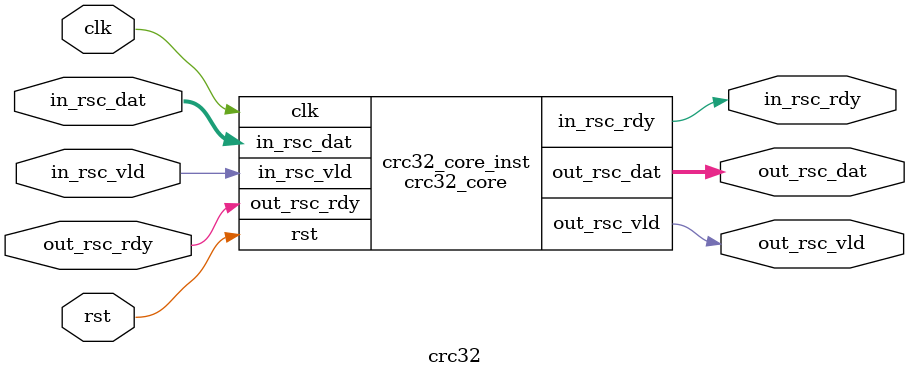
<source format=v>



module ccs_in_wait_v1 (idat, rdy, ivld, dat, irdy, vld);

  parameter integer rscid = 1;
  parameter integer width = 8;

  output [width-1:0] idat;
  output             rdy;
  output             ivld;
  input  [width-1:0] dat;
  input              irdy;
  input              vld;

  wire   [width-1:0] idat;
  wire               rdy;
  wire               ivld;

  localparam stallOff = 0; 
  wire                  stall_ctrl;
  assign stall_ctrl = stallOff;

  assign idat = dat;
  assign rdy = irdy && !stall_ctrl;
  assign ivld = vld && !stall_ctrl;

endmodule


//------> /opt/MentorGraphics/catapult/pkgs/siflibs/ccs_out_wait_v1.v 
//------------------------------------------------------------------------------
// Catapult Synthesis - Sample I/O Port Library
//
// Copyright (c) 2003-2017 Mentor Graphics Corp.
//       All Rights Reserved
//
// This document may be used and distributed without restriction provided that
// this copyright statement is not removed from the file and that any derivative
// work contains this copyright notice.
//
// The design information contained in this file is intended to be an example
// of the functionality which the end user may study in preparation for creating
// their own custom interfaces. This design does not necessarily present a 
// complete implementation of the named protocol or standard.
//
//------------------------------------------------------------------------------


module ccs_out_wait_v1 (dat, irdy, vld, idat, rdy, ivld);

  parameter integer rscid = 1;
  parameter integer width = 8;

  output [width-1:0] dat;
  output             irdy;
  output             vld;
  input  [width-1:0] idat;
  input              rdy;
  input              ivld;

  wire   [width-1:0] dat;
  wire               irdy;
  wire               vld;

  localparam stallOff = 0; 
  wire stall_ctrl;
  assign stall_ctrl = stallOff;

  assign dat = idat;
  assign irdy = rdy && !stall_ctrl;
  assign vld = ivld && !stall_ctrl;

endmodule



//------> ./rtl.v 
// ----------------------------------------------------------------------
//  HLS HDL:        Verilog Netlister
//  HLS Version:    2021.1/950854 Production Release
//  HLS Date:       Mon Aug  2 21:36:02 PDT 2021
// 
//  Generated by:   tdt46@en-ec-ecelinux-01.coecis.cornell.edu
//  Generated date: Sat May 21 19:05:18 2022
// ----------------------------------------------------------------------

// 
// ------------------------------------------------------------------
//  Design Unit:    crc32_core_core_fsm
//  FSM Module
// ------------------------------------------------------------------


module crc32_core_core_fsm (
  clk, rst, core_wen, fsm_output, main_C_0_tr0, for_C_0_tr0
);
  input clk;
  input rst;
  input core_wen;
  output [3:0] fsm_output;
  reg [3:0] fsm_output;
  input main_C_0_tr0;
  input for_C_0_tr0;


  // FSM State Type Declaration for crc32_core_core_fsm_1
  parameter
    core_rlp_C_0 = 2'd0,
    main_C_0 = 2'd1,
    for_C_0 = 2'd2,
    main_C_1 = 2'd3;

  reg [1:0] state_var;
  reg [1:0] state_var_NS;


  // Interconnect Declarations for Component Instantiations 
  always @(*)
  begin : crc32_core_core_fsm_1
    case (state_var)
      main_C_0 : begin
        fsm_output = 4'b0010;
        if ( main_C_0_tr0 ) begin
          state_var_NS = main_C_1;
        end
        else begin
          state_var_NS = for_C_0;
        end
      end
      for_C_0 : begin
        fsm_output = 4'b0100;
        if ( for_C_0_tr0 ) begin
          state_var_NS = main_C_1;
        end
        else begin
          state_var_NS = for_C_0;
        end
      end
      main_C_1 : begin
        fsm_output = 4'b1000;
        state_var_NS = main_C_0;
      end
      // core_rlp_C_0
      default : begin
        fsm_output = 4'b0001;
        state_var_NS = main_C_0;
      end
    endcase
  end

  always @(posedge clk) begin
    if ( rst ) begin
      state_var <= core_rlp_C_0;
    end
    else if ( core_wen ) begin
      state_var <= state_var_NS;
    end
  end

endmodule

// ------------------------------------------------------------------
//  Design Unit:    crc32_core_staller
// ------------------------------------------------------------------


module crc32_core_staller (
  core_wen, in_rsci_wen_comp, out_rsci_wen_comp
);
  output core_wen;
  input in_rsci_wen_comp;
  input out_rsci_wen_comp;



  // Interconnect Declarations for Component Instantiations 
  assign core_wen = in_rsci_wen_comp & out_rsci_wen_comp;
endmodule

// ------------------------------------------------------------------
//  Design Unit:    crc32_core_out_rsci_out_wait_ctrl
// ------------------------------------------------------------------


module crc32_core_out_rsci_out_wait_ctrl (
  out_rsci_iswt0, out_rsci_biwt, out_rsci_irdy
);
  input out_rsci_iswt0;
  output out_rsci_biwt;
  input out_rsci_irdy;



  // Interconnect Declarations for Component Instantiations 
  assign out_rsci_biwt = out_rsci_iswt0 & out_rsci_irdy;
endmodule

// ------------------------------------------------------------------
//  Design Unit:    crc32_core_in_rsci_in_wait_ctrl
// ------------------------------------------------------------------


module crc32_core_in_rsci_in_wait_ctrl (
  in_rsci_iswt0, in_rsci_biwt, in_rsci_ivld
);
  input in_rsci_iswt0;
  output in_rsci_biwt;
  input in_rsci_ivld;



  // Interconnect Declarations for Component Instantiations 
  assign in_rsci_biwt = in_rsci_iswt0 & in_rsci_ivld;
endmodule

// ------------------------------------------------------------------
//  Design Unit:    crc32_core_out_rsci
// ------------------------------------------------------------------


module crc32_core_out_rsci (
  out_rsc_dat, out_rsc_vld, out_rsc_rdy, out_rsci_oswt, out_rsci_wen_comp, out_rsci_idat
);
  output [31:0] out_rsc_dat;
  output out_rsc_vld;
  input out_rsc_rdy;
  input out_rsci_oswt;
  output out_rsci_wen_comp;
  input [31:0] out_rsci_idat;


  // Interconnect Declarations
  wire out_rsci_biwt;
  wire out_rsci_irdy;


  // Interconnect Declarations for Component Instantiations 
  ccs_out_wait_v1 #(.rscid(32'sd2),
  .width(32'sd32)) out_rsci (
      .irdy(out_rsci_irdy),
      .ivld(out_rsci_oswt),
      .idat(out_rsci_idat),
      .rdy(out_rsc_rdy),
      .vld(out_rsc_vld),
      .dat(out_rsc_dat)
    );
  crc32_core_out_rsci_out_wait_ctrl crc32_core_out_rsci_out_wait_ctrl_inst (
      .out_rsci_iswt0(out_rsci_oswt),
      .out_rsci_biwt(out_rsci_biwt),
      .out_rsci_irdy(out_rsci_irdy)
    );
  assign out_rsci_wen_comp = (~ out_rsci_oswt) | out_rsci_biwt;
endmodule

// ------------------------------------------------------------------
//  Design Unit:    crc32_core_in_rsci
// ------------------------------------------------------------------


module crc32_core_in_rsci (
  in_rsc_dat, in_rsc_vld, in_rsc_rdy, in_rsci_oswt, in_rsci_wen_comp, in_rsci_idat_mxwt
);
  input [7:0] in_rsc_dat;
  input in_rsc_vld;
  output in_rsc_rdy;
  input in_rsci_oswt;
  output in_rsci_wen_comp;
  output [7:0] in_rsci_idat_mxwt;


  // Interconnect Declarations
  wire in_rsci_biwt;
  wire in_rsci_ivld;
  wire [7:0] in_rsci_idat;


  // Interconnect Declarations for Component Instantiations 
  ccs_in_wait_v1 #(.rscid(32'sd1),
  .width(32'sd8)) in_rsci (
      .rdy(in_rsc_rdy),
      .vld(in_rsc_vld),
      .dat(in_rsc_dat),
      .irdy(in_rsci_oswt),
      .ivld(in_rsci_ivld),
      .idat(in_rsci_idat)
    );
  crc32_core_in_rsci_in_wait_ctrl crc32_core_in_rsci_in_wait_ctrl_inst (
      .in_rsci_iswt0(in_rsci_oswt),
      .in_rsci_biwt(in_rsci_biwt),
      .in_rsci_ivld(in_rsci_ivld)
    );
  assign in_rsci_idat_mxwt = in_rsci_idat;
  assign in_rsci_wen_comp = (~ in_rsci_oswt) | in_rsci_biwt;
endmodule

// ------------------------------------------------------------------
//  Design Unit:    crc32_core
// ------------------------------------------------------------------


module crc32_core (
  clk, rst, in_rsc_dat, in_rsc_vld, in_rsc_rdy, out_rsc_dat, out_rsc_vld, out_rsc_rdy
);
  input clk;
  input rst;
  input [7:0] in_rsc_dat;
  input in_rsc_vld;
  output in_rsc_rdy;
  output [31:0] out_rsc_dat;
  output out_rsc_vld;
  input out_rsc_rdy;


  // Interconnect Declarations
  wire core_wen;
  wire in_rsci_wen_comp;
  wire [7:0] in_rsci_idat_mxwt;
  wire out_rsci_wen_comp;
  reg out_rsci_idat_31;
  reg out_rsci_idat_30;
  reg out_rsci_idat_29;
  reg out_rsci_idat_28;
  reg out_rsci_idat_27;
  reg out_rsci_idat_26;
  reg out_rsci_idat_25;
  reg out_rsci_idat_24;
  reg out_rsci_idat_23;
  reg out_rsci_idat_22;
  reg out_rsci_idat_21;
  reg out_rsci_idat_20;
  reg out_rsci_idat_19;
  reg out_rsci_idat_18;
  reg out_rsci_idat_17;
  reg out_rsci_idat_16;
  reg out_rsci_idat_15;
  reg out_rsci_idat_14;
  reg out_rsci_idat_13;
  reg out_rsci_idat_12;
  reg out_rsci_idat_11;
  reg out_rsci_idat_10;
  reg out_rsci_idat_9;
  reg out_rsci_idat_8;
  reg out_rsci_idat_7;
  reg out_rsci_idat_6;
  reg out_rsci_idat_5;
  reg out_rsci_idat_4;
  reg out_rsci_idat_3;
  reg out_rsci_idat_2;
  reg out_rsci_idat_1;
  reg out_rsci_idat_0;
  wire [3:0] fsm_output;
  wire for_for_8_b_xor_tmp;
  wire for_for_7_b_xor_tmp;
  wire for_for_6_b_xor_tmp;
  wire for_for_5_b_xor_tmp;
  wire for_for_4_b_xor_tmp;
  wire not_tmp_3;
  wire not_tmp_4;
  wire not_tmp_5;
  wire not_tmp_6;
  wire not_tmp_7;
  wire not_tmp_8;
  wire not_tmp_9;
  wire not_tmp_10;
  wire or_tmp_32;
  wire or_tmp_40;
  wire or_tmp_52;
  wire or_tmp_56;
  wire or_tmp_60;
  wire exit_for_sva_mx0;
  reg crc_2_1_sva;
  reg crc_1_1_sva;
  reg crc_0_1_sva;
  wire and_314_cse;
  reg reg_out_rsci_iswt0_cse;
  reg reg_in_rsci_iswt0_cse;
  wire crc_mux_140_cse;
  wire [8:0] z_out;
  wire [9:0] nl_z_out;
  reg [7:0] size_val_sva;
  reg crc_15_1_sva;
  reg crc_16_1_sva;
  reg crc_14_1_sva;
  reg crc_17_1_sva;
  reg crc_13_1_sva;
  reg crc_18_1_sva;
  reg crc_12_1_sva;
  reg crc_19_1_sva;
  reg crc_11_1_sva;
  reg crc_20_1_sva;
  reg crc_10_1_sva;
  reg crc_21_1_sva;
  reg crc_9_1_sva;
  reg crc_22_1_sva;
  reg crc_8_1_sva;
  reg crc_23_1_sva;
  reg crc_7_1_sva;
  reg crc_24_1_sva;
  reg crc_6_1_sva;
  reg crc_25_1_sva;
  reg crc_5_1_sva;
  reg crc_26_1_sva;
  reg crc_4_1_sva;
  reg crc_27_1_sva;
  reg crc_3_1_sva;
  reg crc_28_1_sva;
  reg crc_29_1_sva;
  reg crc_30_1_sva;
  reg crc_31_1_sva;
  reg [7:0] for_i_sva;
  wire crc_5_4_lpi_2_dfm_mx0;
  wire crc_8_2_lpi_2_dfm_mx0;
  wire crc_8_3_lpi_2_dfm_mx0;
  wire crc_8_4_lpi_2_dfm_mx0;
  wire crc_8_5_lpi_2_dfm_mx0;
  wire crc_8_6_lpi_2_dfm_mx0;
  wire crc_9_6_lpi_2_dfm_mx0;
  wire crc_9_7_lpi_2_dfm_mx0;
  wire crc_9_lpi_2_dfm_mx0;
  wire crc_15_3_lpi_2_dfm_mx0;
  wire crc_15_4_lpi_2_dfm_mx0;
  wire crc_15_5_lpi_2_dfm_mx0;
  wire crc_19_2_lpi_2_dfm_mx0;
  wire crc_19_3_lpi_2_dfm_mx0;
  wire crc_19_4_lpi_2_dfm_mx0;
  wire crc_19_5_lpi_2_dfm_mx0;
  wire crc_20_5_lpi_2_dfm_mx0;
  wire crc_20_6_lpi_2_dfm_mx0;
  wire crc_20_7_lpi_2_dfm_mx0;
  wire crc_20_lpi_2_dfm_mx0;
  wire crc_21_lpi_2_dfm_mx0;
  wire crc_23_7_lpi_2_dfm_mx0;
  wire crc_24_7_lpi_2_dfm_mx0;
  wire crc_24_lpi_2_dfm_mx0;
  wire crc_26_7_lpi_2_dfm_mx0;
  wire crc_27_7_lpi_2_dfm_mx0;
  wire crc_27_lpi_2_dfm_mx0;
  wire crc_29_7_lpi_2_dfm_mx0;
  wire crc_30_7_lpi_2_dfm_mx0;
  wire crc_30_lpi_2_dfm_mx0;
  wire for_for_b_2_sva_1;
  wire crc_15_2_lpi_2_dfm_mx0;
  wire crc_21_7_lpi_2_dfm_mx0;
  wire crc_23_6_lpi_2_dfm_mx0;
  wire crc_26_6_lpi_2_dfm_mx0;
  wire crc_29_6_lpi_2_dfm_mx0;
  wire for_for_b_1_sva_1;
  wire crc_21_6_lpi_2_dfm_mx0;
  wire crc_23_5_lpi_2_dfm_mx0;
  wire crc_24_6_lpi_2_dfm_mx0;
  wire crc_26_5_lpi_2_dfm_mx0;
  wire crc_27_6_lpi_2_dfm_mx0;
  wire crc_29_5_lpi_2_dfm_mx0;
  wire crc_30_6_lpi_2_dfm_mx0;
  wire crc_9_5_lpi_2_dfm_mx0;
  wire crc_21_5_lpi_2_dfm_mx0;
  wire crc_23_4_lpi_2_dfm_mx0;
  wire crc_24_5_lpi_2_dfm_mx0;
  wire crc_26_4_lpi_2_dfm_mx0;
  wire crc_27_5_lpi_2_dfm_mx0;
  wire crc_29_4_lpi_2_dfm_mx0;
  wire crc_30_5_lpi_2_dfm_mx0;
  wire crc_9_4_lpi_2_dfm_mx0;
  wire crc_20_4_lpi_2_dfm_mx0;
  wire crc_21_4_lpi_2_dfm_mx0;
  wire crc_23_3_lpi_2_dfm_mx0;
  wire crc_24_4_lpi_2_dfm_mx0;
  wire crc_26_3_lpi_2_dfm_mx0;
  wire crc_27_4_lpi_2_dfm_mx0;
  wire crc_29_3_lpi_2_dfm_mx0;
  wire crc_30_4_lpi_2_dfm_mx0;
  wire for_for_b_3_sva_1;
  wire crc_9_3_lpi_2_dfm_mx0;
  wire crc_20_3_lpi_2_dfm_mx0;
  wire crc_21_3_lpi_2_dfm_mx0;
  wire crc_23_2_lpi_2_dfm_mx0;
  wire crc_24_3_lpi_2_dfm_mx0;
  wire crc_26_2_lpi_2_dfm_mx0;
  wire crc_27_3_lpi_2_dfm_mx0;
  wire crc_29_2_lpi_2_dfm_mx0;
  wire crc_30_3_lpi_2_dfm_mx0;
  wire crc_9_2_lpi_2_dfm_mx0;
  wire crc_20_2_lpi_2_dfm_mx0;
  wire crc_21_2_lpi_2_dfm_mx0;
  wire crc_24_2_lpi_2_dfm_mx0;
  wire crc_27_2_lpi_2_dfm_mx0;
  wire crc_30_2_lpi_2_dfm_mx0;
  wire xor_cse_1;
  wire xor_cse_5;

  wire crc_mux_142_nl;
  wire crc_mux_144_nl;
  wire crc_mux_146_nl;
  wire crc_mux_148_nl;
  wire crc_mux_150_nl;
  wire crc_mux_152_nl;
  wire crc_mux_154_nl;
  wire crc_mux_156_nl;
  wire crc_mux_160_nl;
  wire crc_mux_162_nl;
  wire crc_mux_164_nl;
  wire crc_mux_166_nl;
  wire crc_mux_165_nl;
  wire crc_mux_163_nl;
  wire crc_mux_161_nl;
  wire crc_mux_159_nl;
  wire crc_mux_158_nl;
  wire crc_mux_157_nl;
  wire crc_mux_155_nl;
  wire crc_mux_153_nl;
  wire crc_mux_151_nl;
  wire crc_mux_149_nl;
  wire crc_mux_147_nl;
  wire crc_mux_145_nl;
  wire crc_mux_143_nl;
  wire crc_mux_141_nl;
  wire crc_mux_nl;
  wire crc_mux_167_nl;
  wire crc_mux_168_nl;
  wire crc_mux_169_nl;
  wire crc_mux_170_nl;
  wire crc_mux_171_nl;
  wire crc_mux_172_nl;
  wire crc_mux_173_nl;
  wire crc_mux_174_nl;
  wire crc_mux_175_nl;
  wire crc_mux_176_nl;
  wire crc_mux_177_nl;
  wire crc_mux_178_nl;
  wire crc_mux_179_nl;
  wire crc_mux_180_nl;
  wire crc_mux_181_nl;
  wire crc_mux_182_nl;
  wire crc_mux_183_nl;
  wire crc_mux_184_nl;
  wire crc_mux_185_nl;
  wire crc_mux_186_nl;
  wire crc_mux_187_nl;
  wire crc_mux_188_nl;
  wire crc_mux_189_nl;
  wire crc_mux_190_nl;
  wire crc_mux_191_nl;
  wire crc_mux_192_nl;
  wire crc_mux_193_nl;
  wire[8:0] for_acc_nl;
  wire[7:0] for_mux_2_nl;

  // Interconnect Declarations for Component Instantiations 
  wire [31:0] nl_crc32_core_out_rsci_inst_out_rsci_idat;
  assign nl_crc32_core_out_rsci_inst_out_rsci_idat = {out_rsci_idat_31 , out_rsci_idat_30
      , out_rsci_idat_29 , out_rsci_idat_28 , out_rsci_idat_27 , out_rsci_idat_26
      , out_rsci_idat_25 , out_rsci_idat_24 , out_rsci_idat_23 , out_rsci_idat_22
      , out_rsci_idat_21 , out_rsci_idat_20 , out_rsci_idat_19 , out_rsci_idat_18
      , out_rsci_idat_17 , out_rsci_idat_16 , out_rsci_idat_15 , out_rsci_idat_14
      , out_rsci_idat_13 , out_rsci_idat_12 , out_rsci_idat_11 , out_rsci_idat_10
      , out_rsci_idat_9 , out_rsci_idat_8 , out_rsci_idat_7 , out_rsci_idat_6 , out_rsci_idat_5
      , out_rsci_idat_4 , out_rsci_idat_3 , out_rsci_idat_2 , out_rsci_idat_1 , out_rsci_idat_0};
  crc32_core_in_rsci crc32_core_in_rsci_inst (
      .in_rsc_dat(in_rsc_dat),
      .in_rsc_vld(in_rsc_vld),
      .in_rsc_rdy(in_rsc_rdy),
      .in_rsci_oswt(reg_in_rsci_iswt0_cse),
      .in_rsci_wen_comp(in_rsci_wen_comp),
      .in_rsci_idat_mxwt(in_rsci_idat_mxwt)
    );
  crc32_core_out_rsci crc32_core_out_rsci_inst (
      .out_rsc_dat(out_rsc_dat),
      .out_rsc_vld(out_rsc_vld),
      .out_rsc_rdy(out_rsc_rdy),
      .out_rsci_oswt(reg_out_rsci_iswt0_cse),
      .out_rsci_wen_comp(out_rsci_wen_comp),
      .out_rsci_idat(nl_crc32_core_out_rsci_inst_out_rsci_idat[31:0])
    );
  crc32_core_staller crc32_core_staller_inst (
      .core_wen(core_wen),
      .in_rsci_wen_comp(in_rsci_wen_comp),
      .out_rsci_wen_comp(out_rsci_wen_comp)
    );
  crc32_core_core_fsm crc32_core_core_fsm_inst (
      .clk(clk),
      .rst(rst),
      .core_wen(core_wen),
      .fsm_output(fsm_output),
      .main_C_0_tr0(exit_for_sva_mx0),
      .for_C_0_tr0(exit_for_sva_mx0)
    );
  assign and_314_cse = core_wen & (~((fsm_output[0]) | (fsm_output[3]) | (~ exit_for_sva_mx0)));
  assign crc_mux_140_cse = MUX_s_1_2_2((~ crc_8_2_lpi_2_dfm_mx0), crc_8_2_lpi_2_dfm_mx0,
      not_tmp_4);
  assign for_acc_nl = $signed((z_out[7:0])) - $signed(size_val_sva);
  assign exit_for_sva_mx0 = MUX_s_1_2_2((~ (z_out[8])), (~ (readslicef_9_1_8(for_acc_nl))),
      fsm_output[2]);
  assign crc_5_4_lpi_2_dfm_mx0 = MUX_s_1_2_2((~ crc_8_1_sva), crc_8_1_sva, not_tmp_8);
  assign crc_8_2_lpi_2_dfm_mx0 = MUX_s_1_2_2((~ crc_9_1_sva), crc_9_1_sva, not_tmp_9);
  assign for_for_4_b_xor_tmp = (in_rsci_idat_mxwt[3]) ^ crc_3_1_sva;
  assign crc_8_3_lpi_2_dfm_mx0 = MUX_s_1_2_2((~ crc_9_2_lpi_2_dfm_mx0), crc_9_2_lpi_2_dfm_mx0,
      not_tmp_10);
  assign for_for_5_b_xor_tmp = (in_rsci_idat_mxwt[4]) ^ crc_4_1_sva;
  assign crc_8_4_lpi_2_dfm_mx0 = MUX_s_1_2_2((~ crc_9_3_lpi_2_dfm_mx0), crc_9_3_lpi_2_dfm_mx0,
      not_tmp_8);
  assign for_for_6_b_xor_tmp = (in_rsci_idat_mxwt[5]) ^ crc_5_1_sva;
  assign crc_8_5_lpi_2_dfm_mx0 = MUX_s_1_2_2((~ crc_9_4_lpi_2_dfm_mx0), crc_9_4_lpi_2_dfm_mx0,
      not_tmp_4);
  assign for_for_7_b_xor_tmp = (in_rsci_idat_mxwt[6]) ^ xor_cse_5;
  assign crc_8_6_lpi_2_dfm_mx0 = MUX_s_1_2_2((~ crc_9_5_lpi_2_dfm_mx0), crc_9_5_lpi_2_dfm_mx0,
      not_tmp_5);
  assign for_for_8_b_xor_tmp = (in_rsci_idat_mxwt[7]) ^ xor_cse_1;
  assign crc_9_6_lpi_2_dfm_mx0 = MUX_s_1_2_2((~ crc_14_1_sva), crc_14_1_sva, not_tmp_5);
  assign crc_9_7_lpi_2_dfm_mx0 = MUX_s_1_2_2((~ crc_15_1_sva), crc_15_1_sva, not_tmp_7);
  assign crc_9_lpi_2_dfm_mx0 = MUX_s_1_2_2((~ crc_15_2_lpi_2_dfm_mx0), crc_15_2_lpi_2_dfm_mx0,
      not_tmp_6);
  assign crc_15_3_lpi_2_dfm_mx0 = MUX_s_1_2_2((~ crc_17_1_sva), crc_17_1_sva, not_tmp_10);
  assign crc_15_4_lpi_2_dfm_mx0 = MUX_s_1_2_2((~ crc_18_1_sva), crc_18_1_sva, not_tmp_8);
  assign crc_15_5_lpi_2_dfm_mx0 = MUX_s_1_2_2((~ crc_19_1_sva), crc_19_1_sva, not_tmp_4);
  assign crc_19_2_lpi_2_dfm_mx0 = MUX_s_1_2_2((~ crc_20_1_sva), crc_20_1_sva, not_tmp_9);
  assign crc_19_3_lpi_2_dfm_mx0 = MUX_s_1_2_2((~ crc_20_2_lpi_2_dfm_mx0), crc_20_2_lpi_2_dfm_mx0,
      not_tmp_10);
  assign crc_19_4_lpi_2_dfm_mx0 = MUX_s_1_2_2((~ crc_20_3_lpi_2_dfm_mx0), crc_20_3_lpi_2_dfm_mx0,
      not_tmp_8);
  assign crc_19_5_lpi_2_dfm_mx0 = MUX_s_1_2_2((~ crc_20_4_lpi_2_dfm_mx0), crc_20_4_lpi_2_dfm_mx0,
      not_tmp_4);
  assign crc_20_5_lpi_2_dfm_mx0 = MUX_s_1_2_2((~ crc_21_4_lpi_2_dfm_mx0), crc_21_4_lpi_2_dfm_mx0,
      not_tmp_4);
  assign crc_20_6_lpi_2_dfm_mx0 = MUX_s_1_2_2((~ crc_21_5_lpi_2_dfm_mx0), crc_21_5_lpi_2_dfm_mx0,
      not_tmp_5);
  assign crc_20_7_lpi_2_dfm_mx0 = MUX_s_1_2_2((~ crc_21_6_lpi_2_dfm_mx0), crc_21_6_lpi_2_dfm_mx0,
      not_tmp_7);
  assign crc_20_lpi_2_dfm_mx0 = MUX_s_1_2_2((~ crc_21_7_lpi_2_dfm_mx0), crc_21_7_lpi_2_dfm_mx0,
      not_tmp_6);
  assign crc_21_lpi_2_dfm_mx0 = MUX_s_1_2_2((~ crc_23_6_lpi_2_dfm_mx0), crc_23_6_lpi_2_dfm_mx0,
      not_tmp_6);
  assign crc_23_7_lpi_2_dfm_mx0 = MUX_s_1_2_2((~ crc_24_6_lpi_2_dfm_mx0), crc_24_6_lpi_2_dfm_mx0,
      not_tmp_7);
  assign crc_24_7_lpi_2_dfm_mx0 = MUX_s_1_2_2((~ crc_26_5_lpi_2_dfm_mx0), crc_26_5_lpi_2_dfm_mx0,
      not_tmp_7);
  assign crc_24_lpi_2_dfm_mx0 = MUX_s_1_2_2((~ crc_26_6_lpi_2_dfm_mx0), crc_26_6_lpi_2_dfm_mx0,
      not_tmp_6);
  assign crc_26_7_lpi_2_dfm_mx0 = MUX_s_1_2_2((~ crc_27_6_lpi_2_dfm_mx0), crc_27_6_lpi_2_dfm_mx0,
      not_tmp_7);
  assign crc_27_7_lpi_2_dfm_mx0 = MUX_s_1_2_2((~ crc_29_5_lpi_2_dfm_mx0), crc_29_5_lpi_2_dfm_mx0,
      not_tmp_7);
  assign crc_27_lpi_2_dfm_mx0 = MUX_s_1_2_2((~ crc_29_6_lpi_2_dfm_mx0), crc_29_6_lpi_2_dfm_mx0,
      not_tmp_6);
  assign crc_29_7_lpi_2_dfm_mx0 = MUX_s_1_2_2((~ crc_30_6_lpi_2_dfm_mx0), crc_30_6_lpi_2_dfm_mx0,
      not_tmp_7);
  assign crc_30_7_lpi_2_dfm_mx0 = MUX_s_1_2_2((~ for_for_5_b_xor_tmp), for_for_5_b_xor_tmp,
      not_tmp_7);
  assign crc_30_lpi_2_dfm_mx0 = MUX_s_1_2_2((~ for_for_6_b_xor_tmp), for_for_6_b_xor_tmp,
      not_tmp_6);
  assign for_for_b_2_sva_1 = (in_rsci_idat_mxwt[1]) ^ crc_1_1_sva;
  assign crc_15_2_lpi_2_dfm_mx0 = MUX_s_1_2_2((~ crc_16_1_sva), crc_16_1_sva, not_tmp_9);
  assign crc_21_7_lpi_2_dfm_mx0 = MUX_s_1_2_2((~ crc_23_5_lpi_2_dfm_mx0), crc_23_5_lpi_2_dfm_mx0,
      not_tmp_7);
  assign crc_23_6_lpi_2_dfm_mx0 = MUX_s_1_2_2((~ crc_24_5_lpi_2_dfm_mx0), crc_24_5_lpi_2_dfm_mx0,
      not_tmp_5);
  assign crc_26_6_lpi_2_dfm_mx0 = MUX_s_1_2_2((~ crc_27_5_lpi_2_dfm_mx0), crc_27_5_lpi_2_dfm_mx0,
      not_tmp_5);
  assign crc_29_6_lpi_2_dfm_mx0 = MUX_s_1_2_2((~ crc_30_5_lpi_2_dfm_mx0), crc_30_5_lpi_2_dfm_mx0,
      not_tmp_5);
  assign for_for_b_1_sva_1 = (in_rsci_idat_mxwt[0]) ^ crc_0_1_sva;
  assign crc_21_6_lpi_2_dfm_mx0 = MUX_s_1_2_2((~ crc_23_4_lpi_2_dfm_mx0), crc_23_4_lpi_2_dfm_mx0,
      not_tmp_5);
  assign crc_23_5_lpi_2_dfm_mx0 = MUX_s_1_2_2((~ crc_24_4_lpi_2_dfm_mx0), crc_24_4_lpi_2_dfm_mx0,
      not_tmp_4);
  assign crc_24_6_lpi_2_dfm_mx0 = MUX_s_1_2_2((~ crc_26_4_lpi_2_dfm_mx0), crc_26_4_lpi_2_dfm_mx0,
      not_tmp_5);
  assign crc_26_5_lpi_2_dfm_mx0 = MUX_s_1_2_2((~ crc_27_4_lpi_2_dfm_mx0), crc_27_4_lpi_2_dfm_mx0,
      not_tmp_4);
  assign crc_27_6_lpi_2_dfm_mx0 = MUX_s_1_2_2((~ crc_29_4_lpi_2_dfm_mx0), crc_29_4_lpi_2_dfm_mx0,
      not_tmp_5);
  assign crc_29_5_lpi_2_dfm_mx0 = MUX_s_1_2_2((~ crc_30_4_lpi_2_dfm_mx0), crc_30_4_lpi_2_dfm_mx0,
      not_tmp_4);
  assign crc_30_6_lpi_2_dfm_mx0 = MUX_s_1_2_2((~ for_for_4_b_xor_tmp), for_for_4_b_xor_tmp,
      not_tmp_5);
  assign crc_9_5_lpi_2_dfm_mx0 = MUX_s_1_2_2((~ crc_13_1_sva), crc_13_1_sva, not_tmp_4);
  assign crc_21_5_lpi_2_dfm_mx0 = MUX_s_1_2_2((~ crc_23_3_lpi_2_dfm_mx0), crc_23_3_lpi_2_dfm_mx0,
      not_tmp_4);
  assign crc_23_4_lpi_2_dfm_mx0 = MUX_s_1_2_2((~ crc_24_3_lpi_2_dfm_mx0), crc_24_3_lpi_2_dfm_mx0,
      not_tmp_8);
  assign crc_24_5_lpi_2_dfm_mx0 = MUX_s_1_2_2((~ crc_26_3_lpi_2_dfm_mx0), crc_26_3_lpi_2_dfm_mx0,
      not_tmp_4);
  assign crc_26_4_lpi_2_dfm_mx0 = MUX_s_1_2_2((~ crc_27_3_lpi_2_dfm_mx0), crc_27_3_lpi_2_dfm_mx0,
      not_tmp_8);
  assign crc_27_5_lpi_2_dfm_mx0 = MUX_s_1_2_2((~ crc_29_3_lpi_2_dfm_mx0), crc_29_3_lpi_2_dfm_mx0,
      not_tmp_4);
  assign crc_29_4_lpi_2_dfm_mx0 = MUX_s_1_2_2((~ crc_30_3_lpi_2_dfm_mx0), crc_30_3_lpi_2_dfm_mx0,
      not_tmp_8);
  assign crc_30_5_lpi_2_dfm_mx0 = MUX_s_1_2_2((~ for_for_b_3_sva_1), for_for_b_3_sva_1,
      not_tmp_4);
  assign crc_9_4_lpi_2_dfm_mx0 = MUX_s_1_2_2((~ crc_12_1_sva), crc_12_1_sva, not_tmp_8);
  assign crc_20_4_lpi_2_dfm_mx0 = MUX_s_1_2_2((~ crc_21_3_lpi_2_dfm_mx0), crc_21_3_lpi_2_dfm_mx0,
      not_tmp_8);
  assign crc_21_4_lpi_2_dfm_mx0 = MUX_s_1_2_2((~ crc_23_2_lpi_2_dfm_mx0), crc_23_2_lpi_2_dfm_mx0,
      not_tmp_8);
  assign crc_23_3_lpi_2_dfm_mx0 = MUX_s_1_2_2((~ crc_24_2_lpi_2_dfm_mx0), crc_24_2_lpi_2_dfm_mx0,
      not_tmp_10);
  assign crc_24_4_lpi_2_dfm_mx0 = MUX_s_1_2_2((~ crc_26_2_lpi_2_dfm_mx0), crc_26_2_lpi_2_dfm_mx0,
      not_tmp_8);
  assign crc_26_3_lpi_2_dfm_mx0 = MUX_s_1_2_2((~ crc_27_2_lpi_2_dfm_mx0), crc_27_2_lpi_2_dfm_mx0,
      not_tmp_10);
  assign crc_27_4_lpi_2_dfm_mx0 = MUX_s_1_2_2((~ crc_29_2_lpi_2_dfm_mx0), crc_29_2_lpi_2_dfm_mx0,
      not_tmp_8);
  assign crc_29_3_lpi_2_dfm_mx0 = MUX_s_1_2_2((~ crc_30_2_lpi_2_dfm_mx0), crc_30_2_lpi_2_dfm_mx0,
      not_tmp_10);
  assign crc_30_4_lpi_2_dfm_mx0 = MUX_s_1_2_2((~ for_for_b_2_sva_1), for_for_b_2_sva_1,
      not_tmp_8);
  assign for_for_b_3_sva_1 = (in_rsci_idat_mxwt[2]) ^ crc_2_1_sva;
  assign crc_9_3_lpi_2_dfm_mx0 = MUX_s_1_2_2((~ crc_11_1_sva), crc_11_1_sva, not_tmp_10);
  assign crc_20_3_lpi_2_dfm_mx0 = MUX_s_1_2_2((~ crc_21_2_lpi_2_dfm_mx0), crc_21_2_lpi_2_dfm_mx0,
      not_tmp_10);
  assign crc_21_3_lpi_2_dfm_mx0 = MUX_s_1_2_2((~ crc_23_1_sva), crc_23_1_sva, not_tmp_10);
  assign crc_23_2_lpi_2_dfm_mx0 = MUX_s_1_2_2((~ crc_24_1_sva), crc_24_1_sva, not_tmp_9);
  assign crc_24_3_lpi_2_dfm_mx0 = MUX_s_1_2_2((~ crc_26_1_sva), crc_26_1_sva, not_tmp_10);
  assign crc_26_2_lpi_2_dfm_mx0 = MUX_s_1_2_2((~ crc_27_1_sva), crc_27_1_sva, not_tmp_9);
  assign crc_27_3_lpi_2_dfm_mx0 = MUX_s_1_2_2((~ crc_29_1_sva), crc_29_1_sva, not_tmp_10);
  assign crc_29_2_lpi_2_dfm_mx0 = MUX_s_1_2_2((~ crc_30_1_sva), crc_30_1_sva, not_tmp_9);
  assign crc_30_3_lpi_2_dfm_mx0 = MUX_s_1_2_2((~ for_for_b_1_sva_1), for_for_b_1_sva_1,
      not_tmp_10);
  assign crc_9_2_lpi_2_dfm_mx0 = MUX_s_1_2_2((~ crc_10_1_sva), crc_10_1_sva, not_tmp_9);
  assign crc_20_2_lpi_2_dfm_mx0 = MUX_s_1_2_2((~ crc_21_1_sva), crc_21_1_sva, not_tmp_9);
  assign crc_21_2_lpi_2_dfm_mx0 = MUX_s_1_2_2((~ crc_22_1_sva), crc_22_1_sva, not_tmp_9);
  assign crc_24_2_lpi_2_dfm_mx0 = MUX_s_1_2_2((~ crc_25_1_sva), crc_25_1_sva, not_tmp_9);
  assign crc_27_2_lpi_2_dfm_mx0 = MUX_s_1_2_2((~ crc_28_1_sva), crc_28_1_sva, not_tmp_9);
  assign crc_30_2_lpi_2_dfm_mx0 = MUX_s_1_2_2((~ crc_31_1_sva), crc_31_1_sva, not_tmp_9);
  assign or_tmp_32 = exit_for_sva_mx0 & ((fsm_output[2:1]!=2'b00));
  assign or_tmp_40 = not_tmp_3 & (fsm_output[2]);
  assign or_tmp_52 = not_tmp_5 & (fsm_output[2]);
  assign or_tmp_56 = not_tmp_6 & (fsm_output[2]);
  assign or_tmp_60 = not_tmp_7 & (fsm_output[2]);
  assign xor_cse_1 = MUX_s_1_2_2(crc_7_1_sva, (~ crc_7_1_sva), for_for_b_2_sva_1);
  assign not_tmp_3 = ~((in_rsci_idat_mxwt[7]) ^ xor_cse_1);
  assign not_tmp_4 = ~((in_rsci_idat_mxwt[3]) ^ crc_3_1_sva);
  assign not_tmp_5 = ~((in_rsci_idat_mxwt[4]) ^ crc_4_1_sva);
  assign xor_cse_5 = MUX_s_1_2_2(crc_6_1_sva, (~ crc_6_1_sva), for_for_b_1_sva_1);
  assign not_tmp_6 = ~((in_rsci_idat_mxwt[6]) ^ xor_cse_5);
  assign not_tmp_7 = ~((in_rsci_idat_mxwt[5]) ^ crc_5_1_sva);
  assign not_tmp_8 = ~((in_rsci_idat_mxwt[2]) ^ crc_2_1_sva);
  assign not_tmp_9 = ~((in_rsci_idat_mxwt[0]) ^ crc_0_1_sva);
  assign not_tmp_10 = ~((in_rsci_idat_mxwt[1]) ^ crc_1_1_sva);
  always @(posedge clk) begin
    if ( rst ) begin
      out_rsci_idat_0 <= 1'b0;
      out_rsci_idat_1 <= 1'b0;
      out_rsci_idat_2 <= 1'b0;
      out_rsci_idat_3 <= 1'b0;
      out_rsci_idat_4 <= 1'b0;
      out_rsci_idat_5 <= 1'b0;
      out_rsci_idat_6 <= 1'b0;
      out_rsci_idat_7 <= 1'b0;
      out_rsci_idat_8 <= 1'b0;
      out_rsci_idat_9 <= 1'b0;
      out_rsci_idat_10 <= 1'b0;
      out_rsci_idat_11 <= 1'b0;
      out_rsci_idat_12 <= 1'b0;
      out_rsci_idat_13 <= 1'b0;
      out_rsci_idat_14 <= 1'b0;
      out_rsci_idat_15 <= 1'b0;
      out_rsci_idat_16 <= 1'b0;
      out_rsci_idat_17 <= 1'b0;
      out_rsci_idat_18 <= 1'b0;
      out_rsci_idat_19 <= 1'b0;
      out_rsci_idat_20 <= 1'b0;
      out_rsci_idat_21 <= 1'b0;
      out_rsci_idat_22 <= 1'b0;
      out_rsci_idat_23 <= 1'b0;
      out_rsci_idat_24 <= 1'b0;
      out_rsci_idat_25 <= 1'b0;
      out_rsci_idat_26 <= 1'b0;
      out_rsci_idat_27 <= 1'b0;
      out_rsci_idat_28 <= 1'b0;
      out_rsci_idat_29 <= 1'b0;
      out_rsci_idat_30 <= 1'b0;
      out_rsci_idat_31 <= 1'b0;
    end
    else if ( and_314_cse ) begin
      out_rsci_idat_0 <= ~(crc_5_4_lpi_2_dfm_mx0 | (~ (fsm_output[2])));
      out_rsci_idat_1 <= ~(crc_mux_140_cse | (~ (fsm_output[2])));
      out_rsci_idat_2 <= ~(crc_mux_142_nl | (~ (fsm_output[2])));
      out_rsci_idat_3 <= ~(crc_mux_144_nl | (~ (fsm_output[2])));
      out_rsci_idat_4 <= ~(crc_mux_146_nl | (~ (fsm_output[2])));
      out_rsci_idat_5 <= ~(crc_mux_148_nl | (~ (fsm_output[2])));
      out_rsci_idat_6 <= ~(crc_mux_150_nl | (~ (fsm_output[2])));
      out_rsci_idat_7 <= ~(crc_mux_152_nl | (~ (fsm_output[2])));
      out_rsci_idat_8 <= ~(crc_mux_154_nl | (~ (fsm_output[2])));
      out_rsci_idat_9 <= ~(crc_mux_156_nl | (~ (fsm_output[2])));
      out_rsci_idat_10 <= ~(crc_15_4_lpi_2_dfm_mx0 | (~ (fsm_output[2])));
      out_rsci_idat_11 <= ~(crc_15_5_lpi_2_dfm_mx0 | (~ (fsm_output[2])));
      out_rsci_idat_12 <= ~(crc_mux_160_nl | (~ (fsm_output[2])));
      out_rsci_idat_13 <= ~(crc_mux_162_nl | (~ (fsm_output[2])));
      out_rsci_idat_14 <= ~(crc_mux_164_nl | (~ (fsm_output[2])));
      out_rsci_idat_15 <= ~(crc_mux_166_nl | (~ (fsm_output[2])));
      out_rsci_idat_16 <= ~(crc_mux_165_nl | (~ (fsm_output[2])));
      out_rsci_idat_17 <= ~(crc_mux_163_nl | (~ (fsm_output[2])));
      out_rsci_idat_18 <= ~(crc_mux_161_nl | (~ (fsm_output[2])));
      out_rsci_idat_19 <= ~(crc_mux_159_nl | (~ (fsm_output[2])));
      out_rsci_idat_20 <= ~(crc_mux_158_nl | (~ (fsm_output[2])));
      out_rsci_idat_21 <= ~(crc_mux_157_nl | (~ (fsm_output[2])));
      out_rsci_idat_22 <= ~(crc_mux_155_nl | (~ (fsm_output[2])));
      out_rsci_idat_23 <= ~(crc_mux_153_nl | (~ (fsm_output[2])));
      out_rsci_idat_24 <= ~(crc_mux_151_nl | (~ (fsm_output[2])));
      out_rsci_idat_25 <= ~(crc_mux_149_nl | (~ (fsm_output[2])));
      out_rsci_idat_26 <= ~(crc_mux_147_nl | (~ (fsm_output[2])));
      out_rsci_idat_27 <= ~(crc_mux_145_nl | (~ (fsm_output[2])));
      out_rsci_idat_28 <= ~(crc_mux_143_nl | (~ (fsm_output[2])));
      out_rsci_idat_29 <= ~(crc_mux_141_nl | (~ (fsm_output[2])));
      out_rsci_idat_30 <= ~(crc_mux_nl | (~ (fsm_output[2])));
      out_rsci_idat_31 <= ~(for_for_8_b_xor_tmp | (~ (fsm_output[2])));
    end
  end
  always @(posedge clk) begin
    if ( rst ) begin
      reg_out_rsci_iswt0_cse <= 1'b0;
      reg_in_rsci_iswt0_cse <= 1'b0;
      crc_31_1_sva <= 1'b0;
      crc_0_1_sva <= 1'b0;
      crc_30_1_sva <= 1'b0;
      crc_1_1_sva <= 1'b0;
      crc_29_1_sva <= 1'b0;
      crc_2_1_sva <= 1'b0;
      crc_28_1_sva <= 1'b0;
      crc_3_1_sva <= 1'b0;
      crc_27_1_sva <= 1'b0;
      crc_4_1_sva <= 1'b0;
      crc_26_1_sva <= 1'b0;
      crc_5_1_sva <= 1'b0;
      crc_25_1_sva <= 1'b0;
      crc_6_1_sva <= 1'b0;
      crc_24_1_sva <= 1'b0;
      crc_7_1_sva <= 1'b0;
      crc_23_1_sva <= 1'b0;
      crc_8_1_sva <= 1'b0;
      crc_22_1_sva <= 1'b0;
      crc_9_1_sva <= 1'b0;
      crc_21_1_sva <= 1'b0;
      crc_10_1_sva <= 1'b0;
      crc_20_1_sva <= 1'b0;
      crc_11_1_sva <= 1'b0;
      crc_19_1_sva <= 1'b0;
      crc_12_1_sva <= 1'b0;
      crc_18_1_sva <= 1'b0;
      crc_13_1_sva <= 1'b0;
      crc_17_1_sva <= 1'b0;
      crc_14_1_sva <= 1'b0;
      crc_16_1_sva <= 1'b0;
      crc_15_1_sva <= 1'b0;
      for_i_sva <= 8'b00000000;
    end
    else if ( core_wen ) begin
      reg_out_rsci_iswt0_cse <= or_tmp_32;
      reg_in_rsci_iswt0_cse <= ~ or_tmp_32;
      crc_31_1_sva <= for_for_8_b_xor_tmp | (~ (fsm_output[2]));
      crc_0_1_sva <= crc_5_4_lpi_2_dfm_mx0 | (~ (fsm_output[2]));
      crc_30_1_sva <= crc_mux_167_nl | (~ (fsm_output[2]));
      crc_1_1_sva <= crc_mux_140_cse | (~ (fsm_output[2]));
      crc_29_1_sva <= crc_mux_168_nl | (~ (fsm_output[2]));
      crc_2_1_sva <= crc_mux_169_nl | (~ (fsm_output[2]));
      crc_28_1_sva <= crc_mux_170_nl | (~ (fsm_output[2]));
      crc_3_1_sva <= crc_mux_171_nl | (~ (fsm_output[2]));
      crc_27_1_sva <= crc_mux_172_nl | (~ (fsm_output[2]));
      crc_4_1_sva <= crc_mux_173_nl | (~ (fsm_output[2]));
      crc_26_1_sva <= crc_mux_174_nl | (~ (fsm_output[2]));
      crc_5_1_sva <= crc_mux_175_nl | (~ (fsm_output[2]));
      crc_25_1_sva <= crc_mux_176_nl | (~ (fsm_output[2]));
      crc_6_1_sva <= crc_mux_177_nl | (~ (fsm_output[2]));
      crc_24_1_sva <= crc_mux_178_nl | (~ (fsm_output[2]));
      crc_7_1_sva <= crc_mux_179_nl | (~ (fsm_output[2]));
      crc_23_1_sva <= crc_mux_180_nl | (~ (fsm_output[2]));
      crc_8_1_sva <= crc_mux_181_nl | (~ (fsm_output[2]));
      crc_22_1_sva <= crc_mux_182_nl | (~ (fsm_output[2]));
      crc_9_1_sva <= crc_mux_183_nl | (~ (fsm_output[2]));
      crc_21_1_sva <= crc_mux_184_nl | (~ (fsm_output[2]));
      crc_10_1_sva <= crc_15_4_lpi_2_dfm_mx0 | (~ (fsm_output[2]));
      crc_20_1_sva <= crc_mux_185_nl | (~ (fsm_output[2]));
      crc_11_1_sva <= crc_15_5_lpi_2_dfm_mx0 | (~ (fsm_output[2]));
      crc_19_1_sva <= crc_mux_186_nl | (~ (fsm_output[2]));
      crc_12_1_sva <= crc_mux_187_nl | (~ (fsm_output[2]));
      crc_18_1_sva <= crc_mux_188_nl | (~ (fsm_output[2]));
      crc_13_1_sva <= crc_mux_189_nl | (~ (fsm_output[2]));
      crc_17_1_sva <= crc_mux_190_nl | (~ (fsm_output[2]));
      crc_14_1_sva <= crc_mux_191_nl | (~ (fsm_output[2]));
      crc_16_1_sva <= crc_mux_192_nl | (~ (fsm_output[2]));
      crc_15_1_sva <= crc_mux_193_nl | (~ (fsm_output[2]));
      for_i_sva <= MUX_v_8_2_2(8'b00000000, (z_out[7:0]), (fsm_output[2]));
    end
  end
  always @(posedge clk) begin
    if ( rst ) begin
      size_val_sva <= 8'b00000000;
    end
    else if ( core_wen & (~ (fsm_output[2])) ) begin
      size_val_sva <= in_rsci_idat_mxwt;
    end
  end
  assign crc_mux_142_nl = MUX_s_1_2_2((~ crc_8_3_lpi_2_dfm_mx0), crc_8_3_lpi_2_dfm_mx0,
      or_tmp_52);
  assign crc_mux_144_nl = MUX_s_1_2_2((~ crc_8_4_lpi_2_dfm_mx0), crc_8_4_lpi_2_dfm_mx0,
      or_tmp_60);
  assign crc_mux_146_nl = MUX_s_1_2_2((~ crc_8_5_lpi_2_dfm_mx0), crc_8_5_lpi_2_dfm_mx0,
      or_tmp_56);
  assign crc_mux_148_nl = MUX_s_1_2_2((~ crc_8_6_lpi_2_dfm_mx0), crc_8_6_lpi_2_dfm_mx0,
      or_tmp_40);
  assign crc_mux_150_nl = MUX_s_1_2_2((~ crc_9_6_lpi_2_dfm_mx0), crc_9_6_lpi_2_dfm_mx0,
      or_tmp_60);
  assign crc_mux_152_nl = MUX_s_1_2_2((~ crc_9_7_lpi_2_dfm_mx0), crc_9_7_lpi_2_dfm_mx0,
      or_tmp_56);
  assign crc_mux_154_nl = MUX_s_1_2_2((~ crc_9_lpi_2_dfm_mx0), crc_9_lpi_2_dfm_mx0,
      or_tmp_40);
  assign crc_mux_156_nl = MUX_s_1_2_2((~ crc_15_3_lpi_2_dfm_mx0), crc_15_3_lpi_2_dfm_mx0,
      or_tmp_40);
  assign crc_mux_160_nl = MUX_s_1_2_2((~ crc_19_2_lpi_2_dfm_mx0), crc_19_2_lpi_2_dfm_mx0,
      or_tmp_52);
  assign crc_mux_162_nl = MUX_s_1_2_2((~ crc_19_3_lpi_2_dfm_mx0), crc_19_3_lpi_2_dfm_mx0,
      or_tmp_60);
  assign crc_mux_164_nl = MUX_s_1_2_2((~ crc_19_4_lpi_2_dfm_mx0), crc_19_4_lpi_2_dfm_mx0,
      or_tmp_56);
  assign crc_mux_166_nl = MUX_s_1_2_2((~ crc_19_5_lpi_2_dfm_mx0), crc_19_5_lpi_2_dfm_mx0,
      or_tmp_40);
  assign crc_mux_165_nl = MUX_s_1_2_2((~ crc_20_5_lpi_2_dfm_mx0), crc_20_5_lpi_2_dfm_mx0,
      or_tmp_52);
  assign crc_mux_163_nl = MUX_s_1_2_2((~ crc_20_6_lpi_2_dfm_mx0), crc_20_6_lpi_2_dfm_mx0,
      or_tmp_60);
  assign crc_mux_161_nl = MUX_s_1_2_2((~ crc_20_7_lpi_2_dfm_mx0), crc_20_7_lpi_2_dfm_mx0,
      or_tmp_56);
  assign crc_mux_159_nl = MUX_s_1_2_2((~ crc_20_lpi_2_dfm_mx0), crc_20_lpi_2_dfm_mx0,
      or_tmp_40);
  assign crc_mux_158_nl = MUX_s_1_2_2((~ crc_21_lpi_2_dfm_mx0), crc_21_lpi_2_dfm_mx0,
      or_tmp_40);
  assign crc_mux_157_nl = MUX_s_1_2_2((~ crc_23_7_lpi_2_dfm_mx0), crc_23_7_lpi_2_dfm_mx0,
      or_tmp_40);
  assign crc_mux_155_nl = MUX_s_1_2_2((~ crc_24_7_lpi_2_dfm_mx0), crc_24_7_lpi_2_dfm_mx0,
      or_tmp_56);
  assign crc_mux_153_nl = MUX_s_1_2_2((~ crc_24_lpi_2_dfm_mx0), crc_24_lpi_2_dfm_mx0,
      or_tmp_40);
  assign crc_mux_151_nl = MUX_s_1_2_2((~ crc_26_7_lpi_2_dfm_mx0), crc_26_7_lpi_2_dfm_mx0,
      or_tmp_40);
  assign crc_mux_149_nl = MUX_s_1_2_2((~ crc_27_7_lpi_2_dfm_mx0), crc_27_7_lpi_2_dfm_mx0,
      or_tmp_56);
  assign crc_mux_147_nl = MUX_s_1_2_2((~ crc_27_lpi_2_dfm_mx0), crc_27_lpi_2_dfm_mx0,
      or_tmp_40);
  assign crc_mux_145_nl = MUX_s_1_2_2((~ crc_29_7_lpi_2_dfm_mx0), crc_29_7_lpi_2_dfm_mx0,
      or_tmp_40);
  assign crc_mux_143_nl = MUX_s_1_2_2((~ crc_30_7_lpi_2_dfm_mx0), crc_30_7_lpi_2_dfm_mx0,
      or_tmp_56);
  assign crc_mux_141_nl = MUX_s_1_2_2((~ crc_30_lpi_2_dfm_mx0), crc_30_lpi_2_dfm_mx0,
      or_tmp_40);
  assign crc_mux_nl = MUX_s_1_2_2((~ for_for_7_b_xor_tmp), for_for_7_b_xor_tmp, or_tmp_40);
  assign crc_mux_167_nl = MUX_s_1_2_2((~ for_for_7_b_xor_tmp), for_for_7_b_xor_tmp,
      not_tmp_3);
  assign crc_mux_168_nl = MUX_s_1_2_2((~ crc_30_lpi_2_dfm_mx0), crc_30_lpi_2_dfm_mx0,
      not_tmp_3);
  assign crc_mux_169_nl = MUX_s_1_2_2((~ crc_8_3_lpi_2_dfm_mx0), crc_8_3_lpi_2_dfm_mx0,
      not_tmp_5);
  assign crc_mux_170_nl = MUX_s_1_2_2((~ crc_30_7_lpi_2_dfm_mx0), crc_30_7_lpi_2_dfm_mx0,
      not_tmp_6);
  assign crc_mux_171_nl = MUX_s_1_2_2((~ crc_8_4_lpi_2_dfm_mx0), crc_8_4_lpi_2_dfm_mx0,
      not_tmp_7);
  assign crc_mux_172_nl = MUX_s_1_2_2((~ crc_29_7_lpi_2_dfm_mx0), crc_29_7_lpi_2_dfm_mx0,
      not_tmp_3);
  assign crc_mux_173_nl = MUX_s_1_2_2((~ crc_8_5_lpi_2_dfm_mx0), crc_8_5_lpi_2_dfm_mx0,
      not_tmp_6);
  assign crc_mux_174_nl = MUX_s_1_2_2((~ crc_27_lpi_2_dfm_mx0), crc_27_lpi_2_dfm_mx0,
      not_tmp_3);
  assign crc_mux_175_nl = MUX_s_1_2_2((~ crc_8_6_lpi_2_dfm_mx0), crc_8_6_lpi_2_dfm_mx0,
      not_tmp_3);
  assign crc_mux_176_nl = MUX_s_1_2_2((~ crc_27_7_lpi_2_dfm_mx0), crc_27_7_lpi_2_dfm_mx0,
      not_tmp_6);
  assign crc_mux_177_nl = MUX_s_1_2_2((~ crc_9_6_lpi_2_dfm_mx0), crc_9_6_lpi_2_dfm_mx0,
      not_tmp_7);
  assign crc_mux_178_nl = MUX_s_1_2_2((~ crc_26_7_lpi_2_dfm_mx0), crc_26_7_lpi_2_dfm_mx0,
      not_tmp_3);
  assign crc_mux_179_nl = MUX_s_1_2_2((~ crc_9_7_lpi_2_dfm_mx0), crc_9_7_lpi_2_dfm_mx0,
      not_tmp_6);
  assign crc_mux_180_nl = MUX_s_1_2_2((~ crc_24_lpi_2_dfm_mx0), crc_24_lpi_2_dfm_mx0,
      not_tmp_3);
  assign crc_mux_181_nl = MUX_s_1_2_2((~ crc_9_lpi_2_dfm_mx0), crc_9_lpi_2_dfm_mx0,
      not_tmp_3);
  assign crc_mux_182_nl = MUX_s_1_2_2((~ crc_24_7_lpi_2_dfm_mx0), crc_24_7_lpi_2_dfm_mx0,
      not_tmp_6);
  assign crc_mux_183_nl = MUX_s_1_2_2((~ crc_15_3_lpi_2_dfm_mx0), crc_15_3_lpi_2_dfm_mx0,
      not_tmp_3);
  assign crc_mux_184_nl = MUX_s_1_2_2((~ crc_23_7_lpi_2_dfm_mx0), crc_23_7_lpi_2_dfm_mx0,
      not_tmp_3);
  assign crc_mux_185_nl = MUX_s_1_2_2((~ crc_21_lpi_2_dfm_mx0), crc_21_lpi_2_dfm_mx0,
      not_tmp_3);
  assign crc_mux_186_nl = MUX_s_1_2_2((~ crc_20_lpi_2_dfm_mx0), crc_20_lpi_2_dfm_mx0,
      not_tmp_3);
  assign crc_mux_187_nl = MUX_s_1_2_2((~ crc_19_2_lpi_2_dfm_mx0), crc_19_2_lpi_2_dfm_mx0,
      not_tmp_5);
  assign crc_mux_188_nl = MUX_s_1_2_2((~ crc_20_7_lpi_2_dfm_mx0), crc_20_7_lpi_2_dfm_mx0,
      not_tmp_6);
  assign crc_mux_189_nl = MUX_s_1_2_2((~ crc_19_3_lpi_2_dfm_mx0), crc_19_3_lpi_2_dfm_mx0,
      not_tmp_7);
  assign crc_mux_190_nl = MUX_s_1_2_2((~ crc_20_6_lpi_2_dfm_mx0), crc_20_6_lpi_2_dfm_mx0,
      not_tmp_7);
  assign crc_mux_191_nl = MUX_s_1_2_2((~ crc_19_4_lpi_2_dfm_mx0), crc_19_4_lpi_2_dfm_mx0,
      not_tmp_6);
  assign crc_mux_192_nl = MUX_s_1_2_2((~ crc_20_5_lpi_2_dfm_mx0), crc_20_5_lpi_2_dfm_mx0,
      not_tmp_5);
  assign crc_mux_193_nl = MUX_s_1_2_2((~ crc_19_5_lpi_2_dfm_mx0), crc_19_5_lpi_2_dfm_mx0,
      not_tmp_3);
  assign for_mux_2_nl = MUX_v_8_2_2((~ in_rsci_idat_mxwt), for_i_sva, fsm_output[2]);
  assign nl_z_out = conv_s2u_8_9(for_mux_2_nl) + 9'b000000001;
  assign z_out = nl_z_out[8:0];

  function automatic  MUX_s_1_2_2;
    input  input_0;
    input  input_1;
    input  sel;
    reg  result;
  begin
    case (sel)
      1'b0 : begin
        result = input_0;
      end
      default : begin
        result = input_1;
      end
    endcase
    MUX_s_1_2_2 = result;
  end
  endfunction


  function automatic [7:0] MUX_v_8_2_2;
    input [7:0] input_0;
    input [7:0] input_1;
    input  sel;
    reg [7:0] result;
  begin
    case (sel)
      1'b0 : begin
        result = input_0;
      end
      default : begin
        result = input_1;
      end
    endcase
    MUX_v_8_2_2 = result;
  end
  endfunction


  function automatic [0:0] readslicef_9_1_8;
    input [8:0] vector;
    reg [8:0] tmp;
  begin
    tmp = vector >> 8;
    readslicef_9_1_8 = tmp[0:0];
  end
  endfunction


  function automatic [8:0] conv_s2u_8_9 ;
    input [7:0]  vector ;
  begin
    conv_s2u_8_9 = {vector[7], vector};
  end
  endfunction

endmodule

// ------------------------------------------------------------------
//  Design Unit:    crc32
// ------------------------------------------------------------------


module crc32 (
  clk, rst, in_rsc_dat, in_rsc_vld, in_rsc_rdy, out_rsc_dat, out_rsc_vld, out_rsc_rdy
);
  input clk;
  input rst;
  input [7:0] in_rsc_dat;
  input in_rsc_vld;
  output in_rsc_rdy;
  output [31:0] out_rsc_dat;
  output out_rsc_vld;
  input out_rsc_rdy;



  // Interconnect Declarations for Component Instantiations 
  crc32_core crc32_core_inst (
      .clk(clk),
      .rst(rst),
      .in_rsc_dat(in_rsc_dat),
      .in_rsc_vld(in_rsc_vld),
      .in_rsc_rdy(in_rsc_rdy),
      .out_rsc_dat(out_rsc_dat),
      .out_rsc_vld(out_rsc_vld),
      .out_rsc_rdy(out_rsc_rdy)
    );
endmodule




</source>
